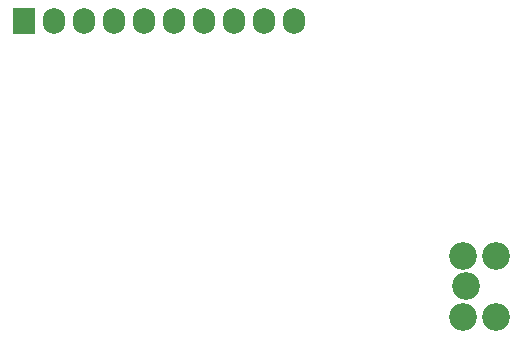
<source format=gbs>
G04 #@! TF.FileFunction,Soldermask,Bot*
%FSLAX46Y46*%
G04 Gerber Fmt 4.6, Leading zero omitted, Abs format (unit mm)*
G04 Created by KiCad (PCBNEW 4.0.1-stable) date Tisdag 26 Januari 2016 09:48:20*
%MOMM*%
G01*
G04 APERTURE LIST*
%ADD10C,0.100000*%
%ADD11R,1.879200X2.184000*%
%ADD12O,1.879200X2.184000*%
%ADD13C,2.352000*%
G04 APERTURE END LIST*
D10*
D11*
X144000000Y-101300000D03*
D12*
X146540000Y-101300000D03*
X149080000Y-101300000D03*
X151620000Y-101300000D03*
X154160000Y-101300000D03*
X156700000Y-101300000D03*
X159240000Y-101300000D03*
X161780000Y-101300000D03*
X164320000Y-101300000D03*
X166860000Y-101300000D03*
D13*
X181500000Y-123800000D03*
X184000000Y-126400000D03*
X184000000Y-121200000D03*
X181200000Y-121200000D03*
X181200000Y-126400000D03*
M02*

</source>
